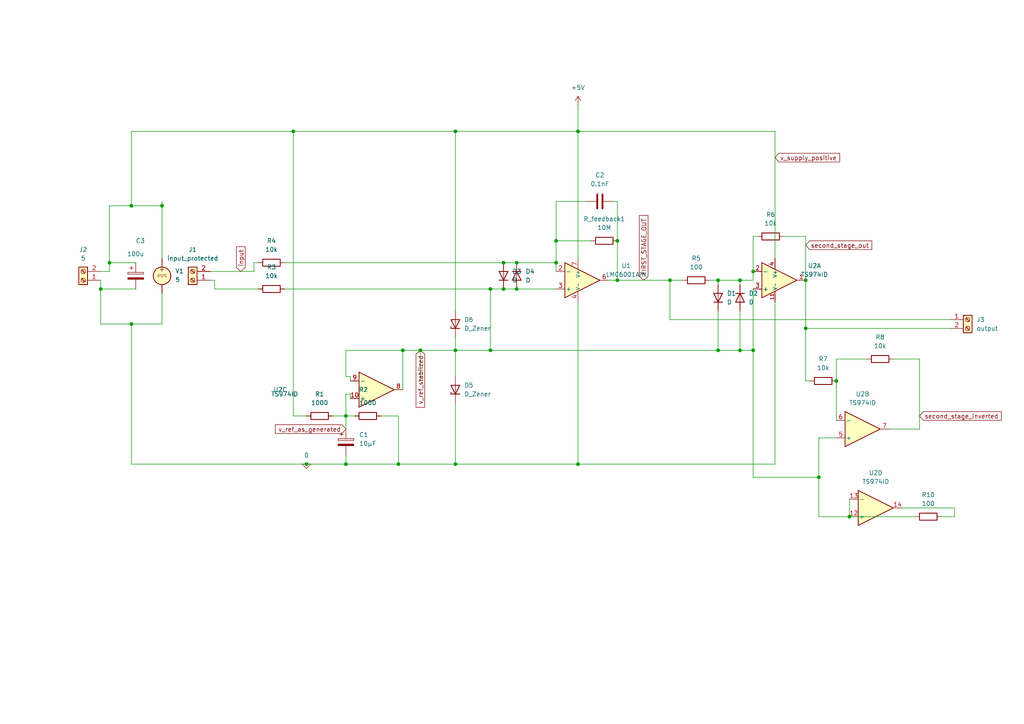
<source format=kicad_sch>
(kicad_sch (version 20230121) (generator eeschema)
  (paper "A4")
  (lib_symbols
    (symbol "Amplifier_Operational_AKL:LMC6001AIN" (pin_names (offset 0.2))
      (property "Reference" "U" (at 2.54 7.62 0))
      (property "Value" "LMC6001AIN" (at 2.54 5.08 0))
      (symbol "LMC6001AIN_0_1"
        (polyline (pts (xy -5.08 5.08) (xy -5.08 -5.08) (xy 5.08 0) (xy -5.08 5.08)) (stroke (width 0.254)) (fill (type background)))
      )
      (symbol "LMC6001AIN_1_1"
        (pin no_connect line (at 1.27 1.27 270) (length 2.54) hide (name "NC") (number "1"))
        (pin input line (at -7.62 2.54 0) (length 2.54) (name "-") (number "2"))
        (pin input line (at -7.62 -2.54 0) (length 2.54) (name "+") (number "3"))
        (pin power_in line (at -1.27 -6.35 90) (length 3.18) (name "V-") (number "4"))
        (pin no_connect line (at 0 -1.27 90) (length 2.54) hide (name "NC") (number "5"))
        (pin output line (at 7.62 0 180) (length 2.54) (name "~") (number "6"))
        (pin power_in line (at -1.27 6.35 270) (length 3.18) (name "V+") (number "7"))
        (pin no_connect line (at -2.54 -1.27 90) (length 2.54) hide (name "NC") (number "8"))
      )
    )
    (symbol "Amplifier_Operational_AKL:TS974ID" (pin_names (offset 0.2))
      (property "Reference" "U" (at 1.27 7.62 0))
      (property "Value" "TS974ID" (at 1.27 5.08 0))
      (symbol "TS974ID_0_1"
        (polyline (pts (xy -3.81 5.08) (xy -3.81 -5.08) (xy 6.35 0) (xy -3.81 5.08)) (stroke (width 0.254)) (fill (type background)))
      )
      (symbol "TS974ID_1_1"
        (pin output line (at 8.89 0 180) (length 2.54) (name "~") (number "1"))
        (pin power_in line (at 0 -6.35 90) (length 3.18) (name "V-") (number "11"))
        (pin input line (at -6.35 2.54 0) (length 2.54) (name "-") (number "2"))
        (pin input line (at -6.35 -2.54 0) (length 2.54) (name "+") (number "3"))
        (pin power_in line (at 0 6.35 270) (length 3.18) (name "V+") (number "4"))
      )
      (symbol "TS974ID_2_1"
        (pin input line (at -6.35 -2.54 0) (length 2.54) (name "+") (number "5"))
        (pin input line (at -6.35 2.54 0) (length 2.54) (name "-") (number "6"))
        (pin output line (at 8.89 0 180) (length 2.54) (name "~") (number "7"))
      )
      (symbol "TS974ID_3_1"
        (pin input line (at -6.35 -2.54 0) (length 2.54) (name "+") (number "10"))
        (pin output line (at 8.89 0 180) (length 2.54) (name "~") (number "8"))
        (pin input line (at -6.35 2.54 0) (length 2.54) (name "-") (number "9"))
      )
      (symbol "TS974ID_4_1"
        (pin input line (at -6.35 -2.54 0) (length 2.54) (name "+") (number "12"))
        (pin input line (at -6.35 2.54 0) (length 2.54) (name "-") (number "13"))
        (pin output line (at 8.89 0 180) (length 2.54) (name "~") (number "14"))
      )
    )
    (symbol "Capacitor_AKL:CP_Radial_D8.0mm_P5.00mm" (pin_numbers hide) (pin_names (offset 0.254))
      (property "Reference" "C" (at 0.635 2.54 0))
      (property "Value" "CP_Radial_D8.0mm_P5.00mm" (at 0.635 -2.54 0))
      (symbol "CP_Radial_D8.0mm_P5.00mm_0_1"
        (rectangle (start -2.286 0.508) (end 2.286 1.016))
        (polyline (pts (xy -1.778 2.286) (xy -0.762 2.286)))
        (polyline (pts (xy -1.27 2.794) (xy -1.27 1.778)))
        (rectangle (start 2.286 -0.508) (end -2.286 -1.016) (fill (type outline)))
      )
      (symbol "CP_Radial_D8.0mm_P5.00mm_1_1"
        (pin passive line (at 0 3.81 270) (length 2.794) (name "~") (number "1"))
        (pin passive line (at 0 -3.81 90) (length 2.794) (name "~") (number "2"))
      )
    )
    (symbol "Capacitor_AKL:CP_Radial_Horizontal_D8.0mm_P5.00mm_H20mm" (pin_numbers hide) (pin_names (offset 0.254))
      (property "Reference" "C" (at 0.635 2.54 0))
      (property "Value" "CP_Radial_Horizontal_D8.0mm_P5.00mm_H20mm" (at 0.635 -2.54 0))
      (symbol "CP_Radial_Horizontal_D8.0mm_P5.00mm_H20mm_0_1"
        (rectangle (start -2.286 0.508) (end 2.286 1.016))
        (polyline (pts (xy -1.778 2.286) (xy -0.762 2.286)))
        (polyline (pts (xy -1.27 2.794) (xy -1.27 1.778)))
        (rectangle (start 2.286 -0.508) (end -2.286 -1.016) (fill (type outline)))
      )
      (symbol "CP_Radial_Horizontal_D8.0mm_P5.00mm_H20mm_1_1"
        (pin passive line (at 0 3.81 270) (length 2.794) (name "~") (number "1"))
        (pin passive line (at 0 -3.81 90) (length 2.794) (name "~") (number "2"))
      )
    )
    (symbol "Capacitor_AKL:C_Rect_L13.0mm_W6.0mm_P10.00mm" (pin_numbers hide) (pin_names (offset 0.254))
      (property "Reference" "C" (at 0.635 2.54 0))
      (property "Value" "C_Rect_L13.0mm_W6.0mm_P10.00mm" (at 0.635 -2.54 0))
      (symbol "C_Rect_L13.0mm_W6.0mm_P10.00mm_0_1"
        (polyline (pts (xy -2.032 -0.762) (xy 2.032 -0.762)) (stroke (width 0.508)))
        (polyline (pts (xy -2.032 0.762) (xy 2.032 0.762)) (stroke (width 0.508)))
      )
      (symbol "C_Rect_L13.0mm_W6.0mm_P10.00mm_1_1"
        (pin passive line (at 0 3.81 270) (length 2.794) (name "~") (number "1"))
        (pin passive line (at 0 -3.81 90) (length 2.794) (name "~") (number "2"))
      )
    )
    (symbol "Connector:Screw_Terminal_01x02" (pin_names (offset 1.016) hide)
      (property "Reference" "J" (at 0 2.54 0))
      (property "Value" "Screw_Terminal_01x02" (at 0 -5.08 0))
      (symbol "Screw_Terminal_01x02_1_1"
        (rectangle (start -1.27 1.27) (end 1.27 -3.81) (stroke (width 0.254)) (fill (type background)))
        (circle (center 0 -2.54) (radius 0.635) (stroke (width 0.1524)))
        (polyline (pts (xy -0.5334 -2.2098) (xy 0.3302 -3.048)) (stroke (width 0.1524)))
        (polyline (pts (xy -0.5334 0.3302) (xy 0.3302 -0.508)) (stroke (width 0.1524)))
        (polyline (pts (xy -0.3556 -2.032) (xy 0.508 -2.8702)) (stroke (width 0.1524)))
        (polyline (pts (xy -0.3556 0.508) (xy 0.508 -0.3302)) (stroke (width 0.1524)))
        (circle (center 0 0) (radius 0.635) (stroke (width 0.1524)))
        (pin passive line (at -5.08 0 0) (length 3.81) (name "Pin_1") (number "1"))
        (pin passive line (at -5.08 -2.54 0) (length 3.81) (name "Pin_2") (number "2"))
      )
    )
    (symbol "Device:D" (pin_numbers hide) (pin_names (offset 1.016) hide)
      (property "Reference" "D" (at 0 2.54 0))
      (property "Value" "D" (at 0 -2.54 0))
      (symbol "D_0_1"
        (polyline (pts (xy -1.27 1.27) (xy -1.27 -1.27)) (stroke (width 0.254)))
        (polyline (pts (xy 1.27 0) (xy -1.27 0)))
        (polyline (pts (xy 1.27 1.27) (xy 1.27 -1.27) (xy -1.27 0) (xy 1.27 1.27)) (stroke (width 0.254)))
      )
      (symbol "D_1_1"
        (pin passive line (at -3.81 0 0) (length 2.54) (name "K") (number "1"))
        (pin passive line (at 3.81 0 180) (length 2.54) (name "A") (number "2"))
      )
    )
    (symbol "Device:D_Zener" (pin_numbers hide) (pin_names (offset 1.016) hide)
      (property "Reference" "D" (at 0 2.54 0))
      (property "Value" "D_Zener" (at 0 -2.54 0))
      (symbol "D_Zener_0_1"
        (polyline (pts (xy 1.27 0) (xy -1.27 0)))
        (polyline (pts (xy -1.27 -1.27) (xy -1.27 1.27) (xy -0.762 1.27)) (stroke (width 0.254)))
        (polyline (pts (xy 1.27 -1.27) (xy 1.27 1.27) (xy -1.27 0) (xy 1.27 -1.27)) (stroke (width 0.254)))
      )
      (symbol "D_Zener_1_1"
        (pin passive line (at -3.81 0 0) (length 2.54) (name "K") (number "1"))
        (pin passive line (at 3.81 0 180) (length 2.54) (name "A") (number "2"))
      )
    )
    (symbol "Device:R" (pin_numbers hide) (pin_names (offset 0))
      (property "Reference" "R" (at 2.032 0 90))
      (property "Value" "R" (at 0 0 90))
      (symbol "R_0_1"
        (rectangle (start -1.016 -2.54) (end 1.016 2.54) (stroke (width 0.254)))
      )
      (symbol "R_1_1"
        (pin passive line (at 0 3.81 270) (length 1.27) (name "~") (number "1"))
        (pin passive line (at 0 -3.81 90) (length 1.27) (name "~") (number "2"))
      )
    )
    (symbol "Simulation_SPICE:0" (power) (pin_names (offset 0))
      (property "Value" "0" (at 0 -1.778 0))
      (symbol "0_0_1"
        (polyline (pts (xy -1.27 0) (xy 0 -1.27) (xy 1.27 0) (xy -1.27 0)))
      )
      (symbol "0_1_1"
        (pin power_in line (at 0 0 0) (length 0) hide (name "0") (number "1"))
      )
    )
    (symbol "Simulation_SPICE:VDC" (pin_numbers hide) (pin_names (offset 0.0254))
      (property "Reference" "V" (at 2.54 2.54 0))
      (property "Value" "1" (at 2.54 0 0))
      (symbol "VDC_0_0"
        (polyline (pts (xy -1.27 0.254) (xy 1.27 0.254)))
        (polyline (pts (xy -0.762 -0.254) (xy -1.27 -0.254)))
        (polyline (pts (xy 0.254 -0.254) (xy -0.254 -0.254)))
        (polyline (pts (xy 1.27 -0.254) (xy 0.762 -0.254)))
        (text "+" (at 0 1.905 0) (effects (font (size 1.27 1.27))))
      )
      (symbol "VDC_0_1"
        (circle (center 0 0) (radius 2.54) (stroke (width 0.254)) (fill (type background)))
      )
      (symbol "VDC_1_1"
        (pin passive line (at 0 5.08 270) (length 2.54) (name "~") (number "1"))
        (pin passive line (at 0 -5.08 90) (length 2.54) (name "~") (number "2"))
      )
    )
    (symbol "power:+5V" (power) (pin_names (offset 0))
      (property "Value" "+5V" (at 0 3.556 0))
      (symbol "+5V_0_1"
        (polyline (pts (xy -0.762 1.27) (xy 0 2.54)))
        (polyline (pts (xy 0 0) (xy 0 2.54)))
        (polyline (pts (xy 0 2.54) (xy 0.762 1.27)))
      )
      (symbol "+5V_1_1"
        (pin power_in line (at 0 0 90) (length 0) hide (name "+5V") (number "1"))
      )
    )
  )
  (junction (at 179.07 69.85))
  (junction (at 233.68 81.28))
  (junction (at 246.38 149.86))
  (junction (at 116.84 101.6))
  (junction (at 242.57 110.49))
  (junction (at 149.86 76.2))
  (junction (at 142.24 83.82))
  (junction (at 38.1 93.98))
  (junction (at 161.29 69.85))
  (junction (at 132.08 101.6))
  (junction (at 29.21 83.82))
  (junction (at 132.08 38.1))
  (junction (at 237.49 138.43))
  (junction (at 100.33 120.65))
  (junction (at 38.1 59.69))
  (junction (at 208.28 101.6))
  (junction (at 46.99 59.69))
  (junction (at 132.08 134.62))
  (junction (at 194.31 81.28))
  (junction (at 179.07 81.28))
  (junction (at 121.92 101.6))
  (junction (at 85.09 38.1))
  (junction (at 218.44 101.6))
  (junction (at 208.28 81.28))
  (junction (at 167.64 38.1))
  (junction (at 146.05 76.2))
  (junction (at 214.63 101.6))
  (junction (at 214.63 81.28))
  (junction (at 146.05 83.82))
  (junction (at 88.9 134.62))
  (junction (at 233.68 95.25))
  (junction (at 167.64 134.62))
  (junction (at 115.57 134.62))
  (junction (at 31.75 76.2))
  (junction (at 161.29 76.2))
  (junction (at 142.24 101.6))
  (junction (at 149.86 83.82))
  (junction (at 100.33 134.62))
  (junction (at 218.44 78.74))
  (wire (pts (xy 85.09 120.65) (xy 88.9 120.65)))
  (wire (pts (xy 257.81 124.46) (xy 266.7 124.46)))
  (wire (pts (xy 237.49 127) (xy 237.49 138.43)))
  (wire (pts (xy 218.44 78.74) (xy 218.44 68.58)))
  (wire (pts (xy 218.44 81.28) (xy 218.44 78.74)))
  (wire (pts (xy 167.64 30.48) (xy 167.64 38.1)))
  (wire (pts (xy 100.33 124.46) (xy 100.33 120.65)))
  (wire (pts (xy 233.68 95.25) (xy 233.68 110.49)))
  (wire (pts (xy 194.31 81.28) (xy 198.12 81.28)))
  (wire (pts (xy 100.33 114.3) (xy 100.33 120.65)))
  (wire (pts (xy 132.08 38.1) (xy 132.08 90.17)))
  (wire (pts (xy 167.64 87.63) (xy 167.64 134.62)))
  (wire (pts (xy 31.75 78.74) (xy 31.75 76.2)))
  (wire (pts (xy 146.05 83.82) (xy 149.86 83.82)))
  (wire (pts (xy 100.33 114.3) (xy 101.6 114.3)))
  (wire (pts (xy 242.57 121.92) (xy 242.57 110.49)))
  (wire (pts (xy 132.08 101.6) (xy 132.08 109.22)))
  (wire (pts (xy 237.49 127) (xy 242.57 127)))
  (wire (pts (xy 73.66 76.2) (xy 74.93 76.2)))
  (wire (pts (xy 132.08 116.84) (xy 132.08 134.62)))
  (wire (pts (xy 176.53 81.28) (xy 179.07 81.28)))
  (wire (pts (xy 214.63 81.28) (xy 218.44 81.28)))
  (wire (pts (xy 167.64 134.62) (xy 224.79 134.62)))
  (wire (pts (xy 62.23 83.82) (xy 74.93 83.82)))
  (wire (pts (xy 266.7 124.46) (xy 266.7 104.14)))
  (wire (pts (xy 142.24 101.6) (xy 208.28 101.6)))
  (wire (pts (xy 233.68 81.28) (xy 233.68 95.25)))
  (wire (pts (xy 132.08 101.6) (xy 142.24 101.6)))
  (wire (pts (xy 142.24 83.82) (xy 146.05 83.82)))
  (wire (pts (xy 261.62 147.32) (xy 276.86 147.32)))
  (wire (pts (xy 233.68 68.58) (xy 233.68 81.28)))
  (wire (pts (xy 121.92 101.6) (xy 121.92 110.49)))
  (wire (pts (xy 100.33 134.62) (xy 100.33 132.08)))
  (wire (pts (xy 85.09 38.1) (xy 85.09 120.65)))
  (wire (pts (xy 73.66 76.2) (xy 73.66 78.74)))
  (wire (pts (xy 276.86 149.86) (xy 273.05 149.86)))
  (wire (pts (xy 208.28 81.28) (xy 208.28 82.55)))
  (wire (pts (xy 233.68 95.25) (xy 275.59 95.25)))
  (wire (pts (xy 214.63 81.28) (xy 214.63 82.55)))
  (wire (pts (xy 38.1 59.69) (xy 46.99 59.69)))
  (wire (pts (xy 218.44 83.82) (xy 218.44 101.6)))
  (wire (pts (xy 214.63 101.6) (xy 218.44 101.6)))
  (wire (pts (xy 85.09 38.1) (xy 132.08 38.1)))
  (wire (pts (xy 224.79 38.1) (xy 224.79 74.93)))
  (wire (pts (xy 242.57 104.14) (xy 251.46 104.14)))
  (wire (pts (xy 100.33 120.65) (xy 102.87 120.65)))
  (wire (pts (xy 38.1 59.69) (xy 38.1 38.1)))
  (wire (pts (xy 46.99 59.69) (xy 46.99 58.42)))
  (wire (pts (xy 167.64 38.1) (xy 167.64 74.93)))
  (wire (pts (xy 29.21 81.28) (xy 29.21 83.82)))
  (wire (pts (xy 110.49 120.65) (xy 115.57 120.65)))
  (wire (pts (xy 179.07 58.42) (xy 177.8 58.42)))
  (wire (pts (xy 218.44 101.6) (xy 218.44 138.43)))
  (wire (pts (xy 146.05 76.2) (xy 149.86 76.2)))
  (wire (pts (xy 116.84 101.6) (xy 100.33 101.6)))
  (wire (pts (xy 161.29 69.85) (xy 171.45 69.85)))
  (wire (pts (xy 142.24 83.82) (xy 142.24 101.6)))
  (wire (pts (xy 100.33 134.62) (xy 115.57 134.62)))
  (wire (pts (xy 218.44 68.58) (xy 219.71 68.58)))
  (wire (pts (xy 121.92 101.6) (xy 132.08 101.6)))
  (wire (pts (xy 73.66 78.74) (xy 60.96 78.74)))
  (wire (pts (xy 205.74 81.28) (xy 208.28 81.28)))
  (wire (pts (xy 132.08 38.1) (xy 167.64 38.1)))
  (wire (pts (xy 218.44 138.43) (xy 237.49 138.43)))
  (wire (pts (xy 179.07 81.28) (xy 194.31 81.28)))
  (wire (pts (xy 237.49 138.43) (xy 237.49 149.86)))
  (wire (pts (xy 161.29 76.2) (xy 161.29 78.74)))
  (wire (pts (xy 179.07 81.28) (xy 179.07 69.85)))
  (wire (pts (xy 96.52 120.65) (xy 100.33 120.65)))
  (wire (pts (xy 29.21 78.74) (xy 31.75 78.74)))
  (wire (pts (xy 224.79 87.63) (xy 224.79 134.62)))
  (wire (pts (xy 115.57 120.65) (xy 115.57 134.62)))
  (wire (pts (xy 46.99 93.98) (xy 38.1 93.98)))
  (wire (pts (xy 100.33 109.22) (xy 101.6 109.22)))
  (wire (pts (xy 31.75 76.2) (xy 39.37 76.2)))
  (wire (pts (xy 101.6 114.3) (xy 101.6 115.57)))
  (wire (pts (xy 167.64 38.1) (xy 224.79 38.1)))
  (wire (pts (xy 82.55 76.2) (xy 146.05 76.2)))
  (wire (pts (xy 31.75 76.2) (xy 31.75 59.69)))
  (wire (pts (xy 88.9 134.62) (xy 100.33 134.62)))
  (wire (pts (xy 132.08 134.62) (xy 167.64 134.62)))
  (wire (pts (xy 31.75 59.69) (xy 38.1 59.69)))
  (wire (pts (xy 161.29 58.42) (xy 161.29 69.85)))
  (wire (pts (xy 246.38 149.86) (xy 246.38 144.78)))
  (wire (pts (xy 242.57 104.14) (xy 242.57 110.49)))
  (wire (pts (xy 208.28 81.28) (xy 214.63 81.28)))
  (wire (pts (xy 62.23 81.28) (xy 60.96 81.28)))
  (wire (pts (xy 82.55 83.82) (xy 142.24 83.82)))
  (wire (pts (xy 149.86 76.2) (xy 161.29 76.2)))
  (wire (pts (xy 62.23 83.82) (xy 62.23 81.28)))
  (wire (pts (xy 38.1 134.62) (xy 88.9 134.62)))
  (wire (pts (xy 194.31 81.28) (xy 194.31 92.71)))
  (wire (pts (xy 149.86 83.82) (xy 161.29 83.82)))
  (wire (pts (xy 208.28 90.17) (xy 208.28 101.6)))
  (wire (pts (xy 233.68 110.49) (xy 234.95 110.49)))
  (wire (pts (xy 101.6 109.22) (xy 101.6 110.49)))
  (wire (pts (xy 170.18 58.42) (xy 161.29 58.42)))
  (wire (pts (xy 265.43 149.86) (xy 246.38 149.86)))
  (wire (pts (xy 29.21 83.82) (xy 29.21 93.98)))
  (wire (pts (xy 237.49 149.86) (xy 246.38 149.86)))
  (wire (pts (xy 266.7 104.14) (xy 259.08 104.14)))
  (wire (pts (xy 29.21 83.82) (xy 39.37 83.82)))
  (wire (pts (xy 116.84 101.6) (xy 121.92 101.6)))
  (wire (pts (xy 115.57 134.62) (xy 132.08 134.62)))
  (wire (pts (xy 46.99 85.09) (xy 46.99 93.98)))
  (wire (pts (xy 46.99 74.93) (xy 46.99 59.69)))
  (wire (pts (xy 208.28 101.6) (xy 214.63 101.6)))
  (wire (pts (xy 161.29 76.2) (xy 161.29 69.85)))
  (wire (pts (xy 38.1 93.98) (xy 38.1 134.62)))
  (wire (pts (xy 100.33 101.6) (xy 100.33 109.22)))
  (wire (pts (xy 29.21 93.98) (xy 38.1 93.98)))
  (wire (pts (xy 227.33 68.58) (xy 233.68 68.58)))
  (wire (pts (xy 194.31 92.71) (xy 275.59 92.71)))
  (wire (pts (xy 132.08 97.79) (xy 132.08 101.6)))
  (wire (pts (xy 214.63 90.17) (xy 214.63 101.6)))
  (wire (pts (xy 116.84 101.6) (xy 116.84 113.03)))
  (wire (pts (xy 38.1 38.1) (xy 85.09 38.1)))
  (wire (pts (xy 179.07 69.85) (xy 179.07 58.42)))
  (wire (pts (xy 276.86 147.32) (xy 276.86 149.86)))
  (global_label "input" (shape input) (at 69.85 78.74 90) (property "Intersheetrefs" "${INTERSHEET_REFS}" (effects hide)))
  (global_label "v_ref_as_generated" (shape input) (at 100.33 124.46 180) (property "Intersheetrefs" "${INTERSHEET_REFS}" (effects hide)))
  (global_label "FIRST_STAGE_OUT" (shape input) (at 186.69 81.28 90) (property "Intersheetrefs" "${INTERSHEET_REFS}" (effects hide)))
  (global_label "second_stage_out" (shape input) (at 233.68 71.12 0) (property "Intersheetrefs" "${INTERSHEET_REFS}" (effects hide)))
  (global_label "v_supply_positive" (shape input) (at 224.79 45.72 0) (property "Intersheetrefs" "${INTERSHEET_REFS}" (effects hide)))
  (global_label "v_ref_stabilzed" (shape input) (at 121.92 101.6 270) (property "Intersheetrefs" "${INTERSHEET_REFS}" (effects hide)))
  (global_label "second_stage_inverted" (shape input) (at 266.7 120.65 0) (property "Intersheetrefs" "${INTERSHEET_REFS}" (effects hide)))
  (symbol (lib_id "power:+5V") (at 167.64 30.48 0) (unit 1)
    (property "Reference" "#PWR01" (effects hide))
    (property "Value" "+5V" (at 167.64 25.4 0))
  )
  (symbol (lib_id "Device:R") (at 223.52 68.58 90) (unit 1)
    (property "Reference" "R6" (at 223.52 62.23 90))
    (property "Value" "10k" (at 223.52 64.77 90))
    (property "Footprint" "Resistor_THT:R_Axial_DIN0207_L6.3mm_D2.5mm_P10.16mm_Horizontal" (effects hide))
  )
  (symbol (lib_id "Capacitor_AKL:CP_Radial_Horizontal_D8.0mm_P5.00mm_H20mm") (at 100.33 128.27 0) (unit 1)
    (property "Reference" "C1" (at 104.14 126.111 0) (effects (justify left)))
    (property "Value" "10µF" (at 104.14 128.651 0) (effects (justify left)))
    (property "Footprint" "Capacitor_THT_AKL:CP_Radial_D10.0mm_P5.00mm" (effects hide))
  )
  (symbol (lib_id "Device:R") (at 92.71 120.65 90) (unit 1)
    (property "Reference" "R1" (at 92.71 114.3 90))
    (property "Value" "1000" (at 92.71 116.84 90))
    (property "Footprint" "Resistor_THT:R_Axial_DIN0207_L6.3mm_D2.5mm_P10.16mm_Horizontal" (effects hide))
  )
  (symbol (lib_id "Connector:Screw_Terminal_01x02") (at 24.13 81.28 180) (unit 1)
    (property "Reference" "J2" (at 24.13 72.39 0))
    (property "Value" "5" (at 24.13 74.93 0))
    (property "Footprint" "TerminalBlock:TerminalBlock_Altech_AK300-2_P5.00mm" (effects hide))
    (property "Sim.Device" "R" (effects hide))
    (property "Sim.Pins" "1=+ 2=-" (effects hide))
    (property "Sim.Params" "r=10m" (effects hide))
  )
  (symbol (lib_id "Device:D") (at 214.63 86.36 270) (unit 1)
    (property "Reference" "D2" (at 217.17 85.09 90) (effects (justify left)))
    (property "Value" "D" (at 217.17 87.63 90) (effects (justify left)))
    (property "Footprint" "Diode_THT:D_DO-34_SOD68_P7.62mm_Horizontal" (effects hide))
    (property "Sim.Device" "D" (effects hide))
    (property "Sim.Pins" "1=K 2=A" (effects hide))
  )
  (symbol (lib_id "Connector:Screw_Terminal_01x02") (at 280.67 92.71 0) (unit 1)
    (property "Reference" "J3" (at 283.21 92.71 0) (effects (justify left)))
    (property "Value" "output" (at 283.21 95.25 0) (effects (justify left)))
    (property "Footprint" "TerminalBlock:TerminalBlock_Altech_AK300-2_P5.00mm" (effects hide))
    (property "Sim.Device" "R" (effects hide))
    (property "Sim.Pins" "1=+ 2=-" (effects hide))
    (property "Sim.Params" "r=1G" (effects hide))
  )
  (symbol (lib_id "Device:R") (at 201.93 81.28 270) (unit 1)
    (property "Reference" "R5" (at 201.93 74.93 90))
    (property "Value" "100" (at 201.93 77.47 90))
    (property "Footprint" "Resistor_THT:R_Axial_DIN0207_L6.3mm_D2.5mm_P10.16mm_Horizontal" (effects hide))
  )
  (symbol (lib_id "Amplifier_Operational_AKL:TS974ID") (at 107.95 113.03 0) (unit 3)
    (property "Reference" "U2" (at 81.28 113.03 0))
    (property "Value" "TS974ID" (at 82.55 114.3 0))
    (property "Footprint" "Package_DIP:DIP-16_W7.62mm" (effects hide))
    (property "Datasheet" "https://www.st.com/resource/en/datasheet/ts971.pdf" (effects hide))
    (property "Sim.Library" "/home/fbo/Documents/_frei/2023_11_atmo_stroeme_ursula/spice_models/ts974.txt" (effects hide))
    (property "Sim.Name" "TS974_quad" (effects hide))
    (property "Sim.Device" "SUBCKT" (effects hide))
    (property "Sim.Pins" "1=1out 2=1in- 3=1in+ 4=v+ 5=2in+ 6=2in- 7=2out 8=3out 9=3in- 10=3in+ 11=v- 12=4in+ 13=4in- 14=4out" (effects hide))
  )
  (symbol (lib_id "Device:D_Zener") (at 132.08 93.98 90) (unit 1)
    (property "Reference" "D6" (at 134.62 92.71 90) (effects (justify right)))
    (property "Value" "D_Zener" (at 134.62 95.25 90) (effects (justify right)))
    (property "Sim.Device" "D" (effects hide))
    (property "Sim.Pins" "1=A 2=K" (effects hide))
    (property "Sim.Params" "bv=3.3" (effects hide))
  )
  (symbol (lib_id "Device:D") (at 146.05 80.01 90) (unit 1)
    (property "Reference" "D3" (at 148.59 78.74 90) (effects (justify right)))
    (property "Value" "D" (at 148.59 81.28 90) (effects (justify right)))
    (property "Footprint" "Diode_THT:D_DO-35_SOD27_P7.62mm_Horizontal" (effects hide))
    (property "Sim.Device" "D" (effects hide))
    (property "Sim.Pins" "1=K 2=A" (effects hide))
  )
  (symbol (lib_id "Device:R") (at 175.26 69.85 90) (unit 1)
    (property "Reference" "R_feedback1" (at 175.26 63.5 90))
    (property "Value" "10M" (at 175.26 66.04 90))
    (property "Footprint" "Resistor_THT:R_Axial_DIN0207_L6.3mm_D2.5mm_P10.16mm_Horizontal" (effects hide))
  )
  (symbol (lib_id "Capacitor_AKL:C_Rect_L13.0mm_W6.0mm_P10.00mm") (at 173.99 58.42 90) (unit 1)
    (property "Reference" "C2" (at 173.99 50.8 90))
    (property "Value" "0.1nF" (at 173.99 53.34 90))
    (property "Footprint" "Capacitor_THT_AKL:C_Rect_L13.0mm_W6.0mm_P10.00mm_FKS3_FKP3_MKS4" (effects hide))
  )
  (symbol (lib_id "Device:D") (at 208.28 86.36 90) (unit 1)
    (property "Reference" "D1" (at 210.82 85.09 90) (effects (justify right)))
    (property "Value" "D" (at 210.82 87.63 90) (effects (justify right)))
    (property "Footprint" "Diode_THT:D_DO-35_SOD27_P7.62mm_Horizontal" (effects hide))
    (property "Sim.Device" "D" (effects hide))
    (property "Sim.Pins" "1=K 2=A" (effects hide))
  )
  (symbol (lib_id "Connector:Screw_Terminal_01x02") (at 55.88 81.28 180) (unit 1)
    (property "Reference" "J1" (at 55.88 72.39 0))
    (property "Value" "input_protected" (at 55.88 74.93 0))
    (property "Footprint" "TerminalBlock:TerminalBlock_Altech_AK300-2_P5.00mm" (effects hide))
    (property "Sim.Device" "I" (effects hide))
    (property "Sim.Type" "SIN" (effects hide))
    (property "Sim.Pins" "1=+ 2=-" (effects hide))
    (property "Sim.Params" "dc=0 ampl=1n f=100" (effects hide))
  )
  (symbol (lib_id "Device:R") (at 106.68 120.65 90) (unit 1)
    (property "Reference" "R2" (at 105.41 113.03 90))
    (property "Value" "1000" (at 106.68 116.84 90))
    (property "Footprint" "Resistor_THT:R_Axial_DIN0207_L6.3mm_D2.5mm_P10.16mm_Horizontal" (effects hide))
  )
  (symbol (lib_id "Device:D") (at 149.86 80.01 270) (unit 1)
    (property "Reference" "D4" (at 152.4 78.74 90) (effects (justify left)))
    (property "Value" "D" (at 152.4 81.28 90) (effects (justify left)))
    (property "Footprint" "Diode_THT:D_DO-35_SOD27_P7.62mm_Horizontal" (effects hide))
    (property "Sim.Device" "D" (effects hide))
    (property "Sim.Pins" "1=K 2=A" (effects hide))
  )
  (symbol (lib_id "Device:R") (at 78.74 83.82 90) (unit 1)
    (property "Reference" "R3" (at 78.74 77.47 90))
    (property "Value" "10k" (at 78.74 80.01 90))
    (property "Footprint" "Resistor_THT:R_Axial_DIN0207_L6.3mm_D2.5mm_P10.16mm_Horizontal" (effects hide))
  )
  (symbol (lib_id "Device:R") (at 238.76 110.49 90) (unit 1)
    (property "Reference" "R7" (at 238.76 104.14 90))
    (property "Value" "10k" (at 238.76 106.68 90))
  )
  (symbol (lib_id "Device:D_Zener") (at 132.08 113.03 90) (unit 1)
    (property "Reference" "D5" (at 134.62 111.76 90) (effects (justify right)))
    (property "Value" "D_Zener" (at 134.62 114.3 90) (effects (justify right)))
    (property "Sim.Device" "D" (effects hide))
    (property "Sim.Pins" "1=A 2=K" (effects hide))
    (property "Sim.Params" "bv=3.3" (effects hide))
  )
  (symbol (lib_id "Amplifier_Operational_AKL:TS974ID") (at 252.73 147.32 0) (unit 4)
    (property "Reference" "U2" (at 254 137.16 0))
    (property "Value" "TS974ID" (at 254 139.7 0))
    (property "Footprint" "Package_DIP:DIP-16_W7.62mm" (effects hide))
    (property "Datasheet" "https://www.st.com/resource/en/datasheet/ts971.pdf" (effects hide))
    (property "Sim.Library" "/home/fbo/Documents/_frei/2023_11_atmo_stroeme_ursula/spice_models/ts974.txt" (effects hide))
    (property "Sim.Name" "TS974_quad" (effects hide))
    (property "Sim.Device" "SUBCKT" (effects hide))
    (property "Sim.Pins" "1=1out 2=1in- 3=1in+ 4=v+ 5=2in+ 6=2in- 7=2out 8=3out 9=3in- 10=3in+ 11=v- 12=4in+ 13=4in- 14=4out" (effects hide))
  )
  (symbol (lib_id "Amplifier_Operational_AKL:TS974ID") (at 224.79 81.28 0) (unit 1)
    (property "Reference" "U2" (at 236.22 77.0891 0))
    (property "Value" "TS974ID" (at 236.22 79.6291 0))
    (property "Footprint" "Package_DIP:DIP-16_W7.62mm" (effects hide))
    (property "Datasheet" "https://www.st.com/resource/en/datasheet/ts971.pdf" (effects hide))
    (property "Sim.Library" "/home/fbo/Documents/_frei/2023_11_atmo_stroeme_ursula/spice_models/ts974.txt" (effects hide))
    (property "Sim.Name" "TS974_quad" (effects hide))
    (property "Sim.Device" "SUBCKT" (effects hide))
    (property "Sim.Pins" "1=1out 2=1in- 3=1in+ 4=v+ 5=2in+ 6=2in- 7=2out 8=3out 9=3in- 10=3in+ 11=v- 12=4in+ 13=4in- 14=4out" (effects hide))
  )
  (symbol (lib_id "Device:R") (at 269.24 149.86 90) (unit 1)
    (property "Reference" "R10" (at 269.24 143.51 90))
    (property "Value" "100" (at 269.24 146.05 90))
  )
  (symbol (lib_id "Amplifier_Operational_AKL:LMC6001AIN") (at 168.91 81.28 0) (unit 1)
    (property "Reference" "U1" (at 181.61 77.0891 0))
    (property "Value" "LMC6001AIN" (at 181.61 79.6291 0))
    (property "Footprint" "Package_DIP_AKL:DIP-8_W7.62mm_LongPads" (effects hide))
    (property "Datasheet" "https://www.ti.com/lit/ds/symlink/lmc6001.pdf?ts=1630849364692&ref_url=https%253A%252F%252Fwww.google.com%252F" (effects hide))
    (property "Sim.Library" "/home/fbo/Documents/_frei/2023_11_atmo_stroeme_ursula/spice_models/snom216b/LMC6001A.LIB" (effects hide))
    (property "Sim.Name" "LMC6001A" (effects hide))
    (property "Sim.Device" "SUBCKT" (effects hide))
    (property "Sim.Pins" "2=2 3=1 4=50 6=28 7=99" (effects hide))
  )
  (symbol (lib_id "Amplifier_Operational_AKL:TS974ID") (at 248.92 124.46 0) (unit 2)
    (property "Reference" "U2" (at 250.19 114.3 0))
    (property "Value" "TS974ID" (at 250.19 116.84 0))
    (property "Footprint" "Package_DIP:DIP-16_W7.62mm" (effects hide))
    (property "Datasheet" "https://www.st.com/resource/en/datasheet/ts971.pdf" (effects hide))
    (property "Sim.Library" "/home/fbo/Documents/_frei/2023_11_atmo_stroeme_ursula/spice_models/ts974.txt" (effects hide))
    (property "Sim.Name" "TS974_quad" (effects hide))
    (property "Sim.Device" "SUBCKT" (effects hide))
    (property "Sim.Pins" "1=1out 2=1in- 3=1in+ 4=v+ 5=2in+ 6=2in- 7=2out 8=3out 9=3in- 10=3in+ 11=v- 12=4in+ 13=4in- 14=4out" (effects hide))
  )
  (symbol (lib_id "Simulation_SPICE:VDC") (at 46.99 80.01 0) (unit 1)
    (property "Reference" "V1" (at 50.8 78.6102 0) (effects (justify left)))
    (property "Value" "5" (at 50.8 81.1502 0) (effects (justify left)))
    (property "Sim.Pins" "1=+ 2=-" (effects hide))
    (property "Sim.Type" "DC" (effects hide))
    (property "Sim.Device" "V" (effects hide))
  )
  (symbol (lib_id "Device:R") (at 78.74 76.2 90) (unit 1)
    (property "Reference" "R4" (at 78.74 69.85 90))
    (property "Value" "10k" (at 78.74 72.39 90))
    (property "Footprint" "Resistor_THT:R_Axial_DIN0207_L6.3mm_D2.5mm_P10.16mm_Horizontal" (effects hide))
  )
  (symbol (lib_id "Device:R") (at 255.27 104.14 90) (unit 1)
    (property "Reference" "R8" (at 255.27 97.79 90))
    (property "Value" "10k" (at 255.27 100.33 90))
  )
  (symbol (lib_id "Simulation_SPICE:0") (at 88.9 134.62 0) (unit 1)
    (property "Reference" "#GND01" (effects hide))
    (property "Value" "0" (at 88.9 132.08 0))
  )
  (symbol (lib_id "Capacitor_AKL:CP_Radial_D8.0mm_P5.00mm") (at 39.37 80.01 0) (unit 1)
    (property "Reference" "C3" (at 39.37 69.85 0) (effects (justify left)))
    (property "Value" "100u" (at 36.83 73.66 0) (effects (justify left)))
    (property "Footprint" "Capacitor_THT_AKL:CP_Radial_D8.0mm_P5.00mm" (effects hide))
    (property "Sim.Device" "C" (effects hide))
    (property "Sim.Pins" "1=+ 2=-" (effects hide))
  )
)
</source>
